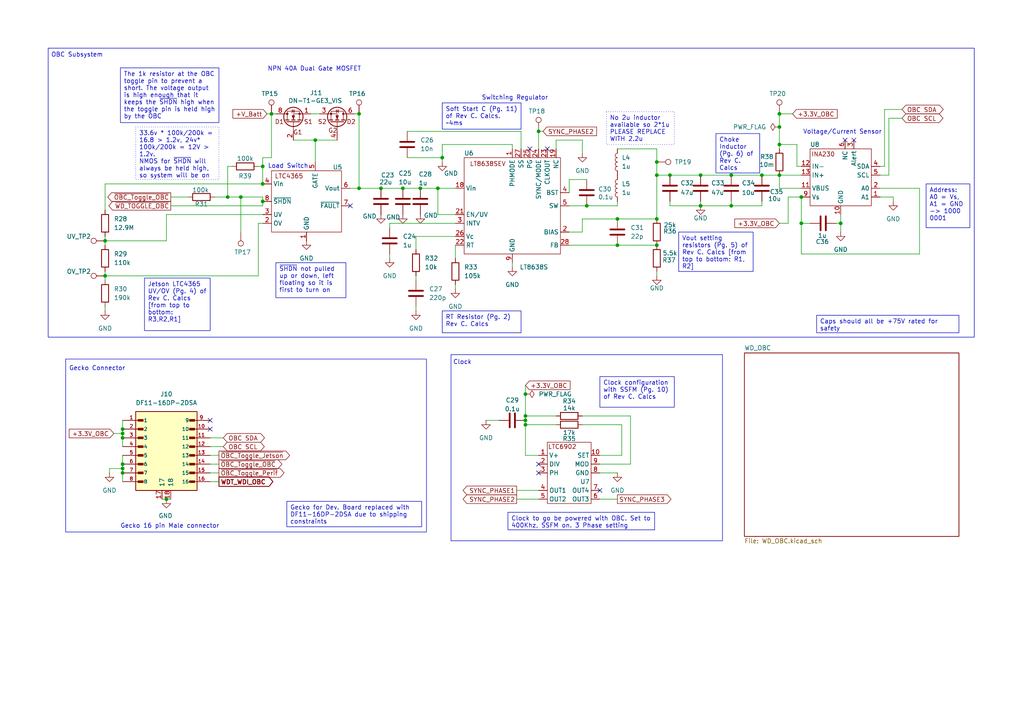
<source format=kicad_sch>
(kicad_sch (version 20250114) (generator "eeschema") (generator_version "9.0")
  (paper "A4")
  (lib_symbols
    (symbol "Connector:TestPoint" (pin_numbers (hide yes)) (pin_names (offset 0.762) (hide yes))
      (property "Reference" "TP" (at 0 6.858 0))
      (property "Value" "TestPoint" (at 0 5.08 0))
      (symbol "TestPoint_0_1"
        (circle (center 0 3.302) (radius 0.762))
      )
      (symbol "TestPoint_1_1"
        (pin passive line (at 0 0 90) (length 2.54) (name "1") (number "1"))
      )
    )
    (symbol "DF11-16DP-2DSA:DF11-16DP-2DSA" (pin_names (offset 1.016))
      (property "Reference" "J" (at -9.39 12.7 0))
      (property "Value" "DF11-16DP-2DSA" (at -8.89 -12.7 0))
      (symbol "DF11-16DP-2DSA_0_0"
        (rectangle (start -8.89 12.7) (end 8.89 -10.16) (stroke (width 0.254)) (fill (type background)))
        (rectangle (start -8.255 9.8425) (end -6.6675 10.4775) (stroke (width 0.1)) (fill (type outline)))
        (rectangle (start -8.255 7.3025) (end -6.6675 7.9375) (stroke (width 0.1)) (fill (type outline)))
        (rectangle (start -8.255 4.7625) (end -6.6675 5.3975) (stroke (width 0.1)) (fill (type outline)))
        (rectangle (start -8.255 2.2225) (end -6.6675 2.8575) (stroke (width 0.1)) (fill (type outline)))
        (rectangle (start -8.255 -0.3175) (end -6.6675 0.3175) (stroke (width 0.1)) (fill (type outline)))
        (rectangle (start -8.255 -2.8575) (end -6.6675 -2.2225) (stroke (width 0.1)) (fill (type outline)))
        (rectangle (start -8.255 -5.3975) (end -6.6675 -4.7625) (stroke (width 0.1)) (fill (type outline)))
        (rectangle (start -8.255 -7.9375) (end -6.6675 -7.3025) (stroke (width 0.1)) (fill (type outline)))
        (rectangle (start 8.255 9.8425) (end 6.6675 10.4775) (stroke (width 0.1)) (fill (type outline)))
        (rectangle (start 8.255 7.3025) (end 6.6675 7.9375) (stroke (width 0.1)) (fill (type outline)))
        (rectangle (start 8.255 4.7625) (end 6.6675 5.3975) (stroke (width 0.1)) (fill (type outline)))
        (rectangle (start 8.255 2.2225) (end 6.6675 2.8575) (stroke (width 0.1)) (fill (type outline)))
        (rectangle (start 8.255 -0.3175) (end 6.6675 0.3175) (stroke (width 0.1)) (fill (type outline)))
        (rectangle (start 8.255 -2.8575) (end 6.6675 -2.2225) (stroke (width 0.1)) (fill (type outline)))
        (rectangle (start 8.255 -5.3975) (end 6.6675 -4.7625) (stroke (width 0.1)) (fill (type outline)))
        (rectangle (start 8.255 -7.9375) (end 6.6675 -7.3025) (stroke (width 0.1)) (fill (type outline)))
        (pin passive line (at -12.7 10.16 0) (length 5.08) (name "1") (number "1"))
        (pin passive line (at -12.7 7.62 0) (length 5.08) (name "2") (number "2"))
        (pin passive line (at -12.7 5.08 0) (length 5.08) (name "3") (number "3"))
        (pin passive line (at -12.7 2.54 0) (length 5.08) (name "4") (number "4"))
        (pin passive line (at -12.7 0 0) (length 5.08) (name "5") (number "5"))
        (pin passive line (at -12.7 -2.54 0) (length 5.08) (name "6") (number "6"))
        (pin passive line (at -12.7 -5.08 0) (length 5.08) (name "7") (number "7"))
        (pin passive line (at -12.7 -7.62 0) (length 5.08) (name "8") (number "8"))
        (pin passive line (at 12.7 10.16 180) (length 5.08) (name "9") (number "9"))
        (pin passive line (at 12.7 7.62 180) (length 5.08) (name "10") (number "10"))
        (pin passive line (at 12.7 5.08 180) (length 5.08) (name "11") (number "11"))
        (pin passive line (at 12.7 2.54 180) (length 5.08) (name "12") (number "12"))
        (pin passive line (at 12.7 0 180) (length 5.08) (name "13") (number "13"))
        (pin passive line (at 12.7 -2.54 180) (length 5.08) (name "14") (number "14"))
        (pin passive line (at 12.7 -5.08 180) (length 5.08) (name "15") (number "15"))
        (pin passive line (at 12.7 -7.62 180) (length 5.08) (name "16") (number "16"))
      )
      (symbol "DF11-16DP-2DSA_1_1"
        (pin passive line (at -1.27 -12.7 90) (length 2.54) (name "17") (number "17"))
        (pin passive line (at 1.27 -12.7 90) (length 2.54) (name "18") (number "18"))
      )
    )
    (symbol "Device:C" (pin_numbers (hide yes)) (pin_names (offset 0.254))
      (property "Reference" "C" (at 0.635 2.54 0))
      (property "Value" "C" (at 0.635 -2.54 0))
      (symbol "C_0_1"
        (polyline (pts (xy -2.032 0.762) (xy 2.032 0.762)) (stroke (width 0.508)))
        (polyline (pts (xy -2.032 -0.762) (xy 2.032 -0.762)) (stroke (width 0.508)))
      )
      (symbol "C_1_1"
        (pin passive line (at 0 3.81 270) (length 2.794) (name "~") (number "1"))
        (pin passive line (at 0 -3.81 90) (length 2.794) (name "~") (number "2"))
      )
    )
    (symbol "Device:L" (pin_numbers (hide yes)) (pin_names (offset 1.016) (hide yes))
      (property "Reference" "L" (at -1.27 0 90))
      (property "Value" "L" (at 1.905 0 90))
      (symbol "L_0_1"
        (arc (start 0 2.54) (mid 0.6323 1.905) (end 0 1.27))
        (arc (start 0 1.27) (mid 0.6323 0.635) (end 0 0))
        (arc (start 0 0) (mid 0.6323 -0.635) (end 0 -1.27))
        (arc (start 0 -1.27) (mid 0.6323 -1.905) (end 0 -2.54))
      )
      (symbol "L_1_1"
        (pin passive line (at 0 3.81 270) (length 1.27) (name "1") (number "1"))
        (pin passive line (at 0 -3.81 90) (length 1.27) (name "2") (number "2"))
      )
    )
    (symbol "Device:R" (pin_numbers (hide yes)) (pin_names (offset 0))
      (property "Reference" "R" (at 2.032 0 90))
      (property "Value" "R" (at 0 0 90))
      (symbol "R_0_1"
        (rectangle (start -1.016 -2.54) (end 1.016 2.54) (stroke (width 0.254)))
      )
      (symbol "R_1_1"
        (pin passive line (at 0 3.81 270) (length 1.27) (name "~") (number "1"))
        (pin passive line (at 0 -3.81 90) (length 1.27) (name "~") (number "2"))
      )
    )
    (symbol "INA230:INA230 [RGT PACKAGE]"
      (property "Reference" "U" (at 7.62 7.62 0))
      (property "Value" "INA230" (at 0 0 0))
      (symbol "INA230 [RGT PACKAGE]_0_1"
        (rectangle (start -8.89 8.89) (end 8.89 -7.62))
      )
      (symbol "INA230 [RGT PACKAGE]_1_1"
        (text "INA230" (at -5.08 7.366 0) (effects (font (size 1.27 1.27))))
        (pin input line (at -11.43 3.81 0) (length 2.54) (name "IN-") (number "12"))
        (pin input line (at -11.43 1.27 0) (length 2.54) (name "IN+") (number "13"))
        (pin input line (at -11.43 -2.54 0) (length 2.54) (name "VBUS") (number "11"))
        (pin power_in line (at -11.43 -5.08 0) (length 2.54) (name "Vs") (number "9"))
        (pin power_in line (at 0 -10.16 90) (length 2.54) (name "GND") (number "10"))
        (pin passive line (at 1.27 11.43 270) (length 2.54) (name "NC") (number "6"))
        (pin output line (at 3.81 11.43 270) (length 2.54) (name "Alert") (number "3"))
        (pin bidirectional line (at 11.43 3.81 180) (length 2.54) (name "SDA") (number "4"))
        (pin bidirectional line (at 11.43 1.27 180) (length 2.54) (name "SCL") (number "5"))
        (pin input line (at 11.43 -2.54 180) (length 2.54) (name "A0") (number "2"))
        (pin input line (at 11.43 -5.08 180) (length 2.54) (name "A1") (number "1"))
      )
    )
    (symbol "LT8638SEV#PBF:LT863SEV#PBF"
      (property "Reference" "U" (at 12.954 -2.286 0))
      (property "Value" "LT8638S" (at 0 0 0))
      (symbol "LT863SEV#PBF_0_1"
        (rectangle (start -13.97 15.24) (end 13.97 -12.7))
      )
      (symbol "LT863SEV#PBF_1_1"
        (text "LT8638SEV\n" (at -7.112 13.462 0) (effects (font (size 1.27 1.27))))
        (pin power_in line (at -16.51 6.35 0) (length 2.54) (name "Vin") (number "18"))
        (pin input line (at -16.51 -1.27 0) (length 2.54) (name "EN/UV") (number "21"))
        (pin input line (at -16.51 -3.81 0) (length 2.54) (name "INTV") (number "3"))
        (pin input line (at -16.51 -7.62 0) (length 2.54) (name "Vc") (number "26"))
        (pin passive line (at -16.51 -10.16 0) (length 2.54) (name "RT") (number "22"))
        (pin passive line (at 0 17.78 270) (length 2.54) (name "PHMODE") (number "1"))
        (pin power_in line (at 0 -15.24 90) (length 2.54) (name "GND") (number "9"))
        (pin passive line (at 2.54 17.78 270) (length 2.54) (name "SS") (number "27"))
        (pin passive line (at 5.08 17.78 270) (length 2.54) (name "PG") (number "25"))
        (pin passive line (at 7.62 17.78 270) (length 2.54) (name "SYNC/MODE") (number "24"))
        (pin passive line (at 10.16 17.78 270) (length 2.54) (name "CLKOUT") (number "23"))
        (pin passive line (at 12.7 17.78 270) (length 2.54) (name "NC") (number "19"))
        (pin power_out line (at 16.51 5.08 180) (length 2.54) (name "BST") (number "4"))
        (pin power_out line (at 16.51 1.27 180) (length 2.54) (name "SW") (number "5"))
        (pin power_out line (at 16.51 -6.35 180) (length 2.54) (name "BIAS") (number "2"))
        (pin power_out line (at 16.51 -10.16 180) (length 2.54) (name "FB") (number "28"))
      )
    )
    (symbol "LTC4365:LTC4365"
      (property "Reference" "U" (at 7.874 -7.874 0))
      (property "Value" "LTC4365" (at 0 0 0))
      (symbol "LTC4365_0_1"
        (rectangle (start -11.43 8.89) (end 8.89 -8.89))
      )
      (symbol "LTC4365_1_1"
        (text "LTC4365\n" (at -6.35 7.366 0) (effects (font (size 1.27 1.27))))
        (pin power_in line (at -13.97 5.08 0) (length 2.54) (name "Vin") (number "4"))
        (pin passive line (at -13.97 0 0) (length 2.54) (name "~{SHDN}") (number "8"))
        (pin input line (at -13.97 -3.81 0) (length 2.54) (name "UV") (number "3"))
        (pin input line (at -13.97 -6.35 0) (length 2.54) (name "OV") (number "2"))
        (pin power_in line (at -1.27 -11.43 90) (length 2.54) (name "GND") (number "1"))
        (pin output line (at 1.27 11.43 270) (length 2.54) (name "GATE") (number "5"))
        (pin passive line (at 11.43 3.81 180) (length 2.54) (name "Vout") (number "6"))
        (pin output line (at 11.43 -1.27 180) (length 2.54) (name "~{FAULT}") (number "7"))
      )
    )
    (symbol "LTC6902:LTC6902"
      (property "Reference" "U" (at 5.334 7.62 0))
      (symbol "LTC6902_0_1"
        (rectangle (start -6.35 8.89) (end 6.35 -8.89))
      )
      (symbol "LTC6902_1_1"
        (text "LTC6902" (at -2.032 7.62 0) (effects (font (size 1.27 1.27))))
        (pin power_in line (at -8.89 5.08 0) (length 2.54) (name "V+") (number "1"))
        (pin passive line (at -8.89 2.54 0) (length 2.54) (name "DIV") (number "2"))
        (pin passive line (at -8.89 0 0) (length 2.54) (name "PH") (number "3"))
        (pin output line (at -8.89 -5.08 0) (length 2.54) (name "OUT1") (number "4"))
        (pin output line (at -8.89 -7.62 0) (length 2.54) (name "OUT2") (number "5"))
        (pin passive line (at 8.89 5.08 180) (length 2.54) (name "SET") (number "10"))
        (pin passive line (at 8.89 2.54 180) (length 2.54) (name "MOD") (number "9"))
        (pin power_in line (at 8.89 0 180) (length 2.54) (name "GND") (number "8"))
        (pin output line (at 8.89 -5.08 180) (length 2.54) (name "OUT4") (number "7"))
        (pin output line (at 8.89 -7.62 180) (length 2.54) (name "OUT3") (number "6"))
      )
    )
    (symbol "SISB46DN:SISB46DN"
      (property "Value" "DN-T1-GE3_VIS" (at 0 0 0))
      (symbol "SISB46DN_0_1"
        (polyline (pts (xy -8.89 1.27) (xy -8.128 1.27)))
        (polyline (pts (xy -8.636 -0.508) (xy -7.62 -0.508)) (stroke (width 0.254)))
        (polyline (pts (xy -8.255 -1.016) (xy -4.445 -1.016)) (stroke (width 0.254)))
        (circle (center -8.128 1.27) (radius 0.254) (fill (type outline)))
        (polyline (pts (xy -6.858 1.524) (xy -6.731 1.651) (xy -6.731 2.413) (xy -6.604 2.54)))
        (polyline (pts (xy -6.858 -0.508) (xy -5.842 -0.508)) (stroke (width 0.254)))
        (polyline (pts (xy -6.731 2.032) (xy -6.096 1.651) (xy -6.096 2.413) (xy -6.731 2.032)))
        (circle (center -6.35 0.381) (radius 2.794) (stroke (width 0.254)))
        (polyline (pts (xy -6.35 -0.254) (xy -6.731 0.762) (xy -5.969 0.762) (xy -6.35 -0.254)) (fill (type outline)))
        (polyline (pts (xy -6.35 -1.016) (xy -6.35 -3.81)))
        (polyline (pts (xy -5.08 -0.508) (xy -4.064 -0.508)) (stroke (width 0.254)))
        (circle (center -4.572 1.27) (radius 0.254) (fill (type outline)))
        (polyline (pts (xy -4.572 -0.508) (xy -4.572 2.032) (xy -8.128 2.032) (xy -8.128 -0.508)))
        (polyline (pts (xy -3.81 1.27) (xy -6.35 1.27) (xy -6.35 -0.508)))
        (polyline (pts (xy 3.81 1.27) (xy 6.35 1.27) (xy 6.35 -0.508)))
        (circle (center 4.572 1.27) (radius 0.254) (fill (type outline)))
        (polyline (pts (xy 4.572 -0.508) (xy 4.572 2.032) (xy 8.128 2.032) (xy 8.128 -0.508)))
        (polyline (pts (xy 5.08 -0.508) (xy 4.064 -0.508)) (stroke (width 0.254)))
        (circle (center 6.35 0.381) (radius 2.794) (stroke (width 0.254)))
        (polyline (pts (xy 6.35 -0.254) (xy 6.731 0.762) (xy 5.969 0.762) (xy 6.35 -0.254)) (fill (type outline)))
        (polyline (pts (xy 6.35 -1.016) (xy 6.35 -3.81)))
        (polyline (pts (xy 6.731 2.032) (xy 6.096 1.651) (xy 6.096 2.413) (xy 6.731 2.032)))
        (polyline (pts (xy 6.858 1.524) (xy 6.731 1.651) (xy 6.731 2.413) (xy 6.604 2.54)))
        (polyline (pts (xy 6.858 -0.508) (xy 5.842 -0.508)) (stroke (width 0.254)))
        (circle (center 8.128 1.27) (radius 0.254) (fill (type outline)))
        (polyline (pts (xy 8.255 -1.016) (xy 4.445 -1.016)) (stroke (width 0.254)))
        (polyline (pts (xy 8.636 -0.508) (xy 7.62 -0.508)) (stroke (width 0.254)))
        (polyline (pts (xy 8.89 1.27) (xy 8.128 1.27)))
      )
      (symbol "SISB46DN_1_1"
        (text "D1" (at -10.414 -1.016 0) (effects (font (size 1.27 1.27))))
        (text "G1" (at -5.08 -4.064 0) (effects (font (size 1.27 1.27))))
        (text "S1" (at -2.032 -1.016 0) (effects (font (size 1.27 1.27))))
        (text "S2" (at 2.032 -1.016 0) (effects (font (size 1.27 1.27))))
        (text "G2" (at 5.08 -3.556 0) (effects (font (size 1.27 1.27))))
        (text "D2" (at 10.414 -1.016 0) (effects (font (size 1.27 1.27))))
        (pin passive line (at -11.43 1.27 0) (length 2.54) (hide yes) (name "") (number "7"))
        (pin power_in line (at -11.43 1.27 0) (length 2.54) (name "") (number "8"))
        (pin input line (at -6.35 -6.35 90) (length 2.54) (name "") (number "2"))
        (pin passive line (at -1.27 1.27 180) (length 2.54) (name "") (number "1"))
        (pin passive line (at 1.27 1.27 0) (length 2.54) (name "") (number "3"))
        (pin input line (at 6.35 -6.35 90) (length 2.54) (name "") (number "4"))
        (pin passive line (at 11.43 1.27 180) (length 2.54) (hide yes) (name "") (number "5"))
        (pin power_out line (at 11.43 1.27 180) (length 2.54) (name "") (number "6"))
      )
    )
    (symbol "power:GND" (power) (pin_numbers (hide yes)) (pin_names (offset 0) (hide yes))
      (property "Value" "GND" (at 0 -3.81 0))
      (symbol "GND_0_1"
        (polyline (pts (xy 0 0) (xy 0 -1.27) (xy 1.27 -1.27) (xy 0 -2.54) (xy -1.27 -1.27) (xy 0 -1.27)))
      )
      (symbol "GND_1_1"
        (pin power_in line (at 0 0 270) (length 0) (name "~") (number "1"))
      )
    )
    (symbol "power:PWR_FLAG" (power) (pin_numbers (hide yes)) (pin_names (offset 0) (hide yes))
      (property "Value" "PWR_FLAG" (at 0 3.81 0))
      (symbol "PWR_FLAG_0_0"
        (pin power_out line (at 0 0 90) (length 0) (name "~") (number "1"))
      )
      (symbol "PWR_FLAG_0_1"
        (polyline (pts (xy 0 0) (xy 0 1.27) (xy -1.016 1.905) (xy 0 2.54) (xy 1.016 1.905) (xy 0 1.27)))
      )
    )
  )
  (rectangle (start 13.97 13.97) (end 282.575 97.79))
  (rectangle (start 130.81 102.87) (end 209.55 156.845))
  (rectangle (start 19.05 104.14) (end 123.698 154.305))
  (text "Clock\n" (at 134.112 105.156 0) (effects (font (size 1.27 1.27))))
  (text "Load Switch" (at 83.566 48.26 0) (effects (font (size 1.27 1.27))))
  (text "OBC Subsystem" (at 22.352 16.002 0) (effects (font (size 1.27 1.27))))
  (text "NPN 40A Dual Gate MOSFET" (at 91.186 20.066 0) (effects (font (size 1.27 1.27))))
  (text "Gecko Connector" (at 28.194 106.934 0) (effects (font (size 1.27 1.27))))
  (text "Gecko 16 pin Male connector" (at 49.276 152.654 0) (effects (font (size 1.27 1.27))))
  (text "Switching Regulator" (at 149.352 28.448 0) (effects (font (size 1.27 1.27))))
  (text "Voltage/Current Sensor" (at 244.348 38.354 0) (effects (font (size 1.27 1.27))))
  (text_box "No 2u inductor available so 2*1u \nPLEASE REPLACE WITH 2.2u" (at 175.895 32.385 0) (size 19.685 9.525) (margins 0.9525 0.9525 0.9525 0.9525) (stroke (width 0) (type dot)) (effects (font (size 1.27 1.27)) (justify left top)))
  (text_box "Choke Inductor (Pg. 6) of Rev C. Calcs" (at 207.645 38.735 0) (size 12.7 11.43) (margins 0.9525 0.9525 0.9525 0.9525) (effects (font (size 1.27 1.27)) (justify left top)))
  (text_box "RT Resistor (Pg. 2) Rev C. Calcs" (at 128.27 90.17 0) (size 22.86 6.35) (margins 0.9525 0.9525 0.9525 0.9525) (effects (font (size 1.27 1.27)) (justify left top)))
  (text_box "Jetson LTC4365 UV/OV (Pg. 4) of Rev C. Calcs [from top to bottom: R3,R2,R1]" (at 41.91 80.645 0) (size 19.05 15.24) (margins 0.9525 0.9525 0.9525 0.9525) (effects (font (size 1.27 1.27)) (justify left top)))
  (text_box "Caps should all be +75V rated for safety" (at 236.855 91.44 0) (size 41.275 5.08) (margins 0.9525 0.9525 0.9525 0.9525) (effects (font (size 1.27 1.27)) (justify left top)))
  (text_box "33.6v * 100k/200k = 16.8 > 1.2v, 24v* 100k/200k = 12V > 1.2v.\nNMOS for ~{SHDN} will always be held high, so system will be on" (at 39.37 36.83 0) (size 24.13 15.24) (margins 0.9525 0.9525 0.9525 0.9525) (stroke (width 0) (type dot)) (effects (font (size 1.27 1.27)) (justify left top)))
  (text_box "Soft Start C (Pg. 11) of Rev C. Calcs. ~4ms" (at 128.27 29.845 0) (size 22.86 7.62) (margins 0.9525 0.9525 0.9525 0.9525) (effects (font (size 1.27 1.27)) (justify left top)))
  (text_box "Address: A0 = Vs, A1 = GND -> 1000 0001\n" (at 268.605 53.34 0) (size 12.7 12.7) (margins 0.9525 0.9525 0.9525 0.9525) (effects (font (size 1.27 1.27)) (justify left top)))
  (text_box "Vout setting resistors (Pg. 5) of Rev C. Calcs [from top to bottom: R1, R2]" (at 196.85 67.31 0) (size 21.59 11.43) (margins 0.9525 0.9525 0.9525 0.9525) (effects (font (size 1.27 1.27)) (justify left top)))
  (text_box "Gecko for Dev. Board replaced with DF11-16DP-2DSA due to shipping constraints" (at 83.185 145.415 0) (size 39.116 7.366) (margins 0.9525 0.9525 0.9525 0.9525) (effects (font (size 1.27 1.27)) (justify left top)))
  (text_box "The 1k resistor at the OBC toggle pin to prevent a short. The voltage output is high enough that it keeps the ~{SHDN} high when the toggle pin is held high by the OBC" (at 34.925 19.685 0) (size 28.575 15.875) (margins 0.9525 0.9525 0.9525 0.9525) (effects (font (size 1.27 1.27)) (justify left top)))
  (text_box "~{SHDN} not pulled up or down, left floating so it is first to turn on" (at 80.01 76.2 0) (size 20.32 10.16) (margins 0.9525 0.9525 0.9525 0.9525) (effects (font (size 1.27 1.27)) (justify left top)))
  (text_box "Clock configuration with SSFM (Pg. 10) of Rev C. Calcs" (at 173.99 109.22 0) (size 21.59 8.89) (margins 0.9525 0.9525 0.9525 0.9525) (effects (font (size 1.27 1.27)) (justify left top)))
  (text_box "Clock to go be powered with OBC. Set to 400Khz, SSFM on. 3 Phase setting" (at 147.32 148.59 0) (size 42.545 5.08) (margins 0.9525 0.9525 0.9525 0.9525) (effects (font (size 1.27 1.27)) (justify left top)))
  (junction (at 35.56 124.46))
  (junction (at 35.56 127))
  (junction (at 91.44 40.64))
  (junction (at 78.74 33.02))
  (junction (at 190.5 50.8))
  (junction (at 110.49 54.61))
  (junction (at 35.56 134.62))
  (junction (at 35.56 125.73))
  (junction (at 152.4 123.19))
  (junction (at 69.85 57.15))
  (junction (at 66.04 57.15))
  (junction (at 212.09 50.8))
  (junction (at 152.4 121.92))
  (junction (at 203.2 50.8))
  (junction (at 179.07 63.5))
  (junction (at 76.2 48.26))
  (junction (at 226.06 41.91))
  (junction (at 121.92 54.61))
  (junction (at 190.5 63.5))
  (junction (at 226.06 33.02))
  (junction (at 190.5 46.99))
  (junction (at 128.27 45.72))
  (junction (at 104.14 33.02))
  (junction (at 76.2 53.34))
  (junction (at 243.84 64.77))
  (junction (at 76.2 58.42))
  (junction (at 203.2 59.69))
  (junction (at 35.56 135.89))
  (junction (at 232.41 57.15))
  (junction (at 30.48 69.85))
  (junction (at 170.18 59.69))
  (junction (at 232.41 64.77))
  (junction (at 104.14 54.61))
  (junction (at 194.31 50.8))
  (junction (at 156.21 38.1))
  (junction (at 179.07 71.12))
  (junction (at 226.06 50.8))
  (junction (at 30.48 80.01))
  (junction (at 226.06 36.83))
  (junction (at 116.84 54.61))
  (junction (at 35.56 137.16))
  (junction (at 212.09 59.69))
  (junction (at 152.4 114.3))
  (junction (at 127 54.61))
  (junction (at 48.26 144.78))
  (junction (at 190.5 71.12))
  (junction (at 152.4 120.65))
  (junction (at 220.98 50.8))
  (no_connect (at 156.21 137.16))
  (no_connect (at 245.11 40.64))
  (no_connect (at 247.65 40.64))
  (no_connect (at 101.6 59.69))
  (no_connect (at 156.21 134.62))
  (no_connect (at 173.99 142.24))
  (no_connect (at 158.75 43.18))
  (no_connect (at 60.96 124.46))
  (no_connect (at 153.67 43.18))
  (no_connect (at 60.96 121.92))
  (wire (pts (xy 165.1 55.88) (xy 165.1 52.07)))
  (wire (pts (xy 127 54.61) (xy 132.08 54.61)))
  (wire (pts (xy 190.5 43.18) (xy 190.5 46.99)))
  (wire (pts (xy 170.18 59.69) (xy 179.07 59.69)))
  (wire (pts (xy 30.48 68.58) (xy 30.48 69.85)))
  (wire (pts (xy 194.31 58.42) (xy 194.31 59.69)))
  (wire (pts (xy 190.5 50.8) (xy 190.5 63.5)))
  (wire (pts (xy 232.41 64.77) (xy 234.95 64.77)))
  (wire (pts (xy 120.65 80.01) (xy 120.65 81.28)))
  (wire (pts (xy 190.5 50.8) (xy 194.31 50.8)))
  (wire (pts (xy 60.96 134.62) (xy 63.5 134.62)))
  (wire (pts (xy 35.56 125.73) (xy 35.56 127)))
  (wire (pts (xy 152.4 120.65) (xy 161.29 120.65)))
  (wire (pts (xy 120.65 68.58) (xy 120.65 72.39)))
  (wire (pts (xy 30.48 53.34) (xy 76.2 53.34)))
  (wire (pts (xy 30.48 88.9) (xy 30.48 90.17)))
  (wire (pts (xy 110.49 54.61) (xy 116.84 54.61)))
  (wire (pts (xy 104.14 33.02) (xy 104.14 54.61)))
  (wire (pts (xy 91.44 40.64) (xy 97.79 40.64)))
  (wire (pts (xy 90.17 33.02) (xy 92.71 33.02)))
  (wire (pts (xy 157.48 38.1) (xy 156.21 38.1)))
  (wire (pts (xy 101.6 54.61) (xy 104.14 54.61)))
  (wire (pts (xy 66.04 48.26) (xy 67.31 48.26)))
  (wire (pts (xy 168.91 40.64) (xy 168.91 44.45)))
  (wire (pts (xy 179.07 137.16) (xy 173.99 137.16)))
  (wire (pts (xy 165.1 71.12) (xy 179.07 71.12)))
  (wire (pts (xy 152.4 123.19) (xy 152.4 121.92)))
  (wire (pts (xy 255.27 50.8) (xy 257.81 50.8)))
  (wire (pts (xy 148.59 41.91) (xy 148.59 43.18)))
  (wire (pts (xy 31.75 135.89) (xy 35.56 135.89)))
  (wire (pts (xy 120.65 88.9) (xy 120.65 90.17)))
  (wire (pts (xy 232.41 73.66) (xy 266.7 73.66)))
  (wire (pts (xy 243.84 67.31) (xy 243.84 64.77)))
  (wire (pts (xy 60.96 137.16) (xy 63.5 137.16)))
  (wire (pts (xy 255.27 54.61) (xy 266.7 54.61)))
  (wire (pts (xy 74.93 64.77) (xy 76.2 64.77)))
  (wire (pts (xy 257.81 50.8) (xy 257.81 34.29)))
  (wire (pts (xy 144.78 121.92) (xy 140.97 121.92)))
  (wire (pts (xy 182.88 134.62) (xy 182.88 120.65)))
  (wire (pts (xy 49.53 57.15) (xy 54.61 57.15)))
  (wire (pts (xy 165.1 59.69) (xy 170.18 59.69)))
  (wire (pts (xy 76.2 45.72) (xy 76.2 48.26)))
  (wire (pts (xy 231.14 48.26) (xy 232.41 48.26)))
  (wire (pts (xy 128.27 46.99) (xy 128.27 45.72)))
  (wire (pts (xy 161.29 40.64) (xy 168.91 40.64)))
  (wire (pts (xy 74.93 80.01) (xy 74.93 64.77)))
  (wire (pts (xy 149.86 144.78) (xy 156.21 144.78)))
  (wire (pts (xy 132.08 71.12) (xy 132.08 74.93)))
  (wire (pts (xy 173.99 144.78) (xy 179.07 144.78)))
  (wire (pts (xy 49.53 59.69) (xy 76.2 59.69)))
  (wire (pts (xy 48.26 62.23) (xy 76.2 62.23)))
  (wire (pts (xy 179.07 71.12) (xy 190.5 71.12)))
  (wire (pts (xy 76.2 59.69) (xy 76.2 58.42)))
  (wire (pts (xy 78.74 33.02) (xy 80.01 33.02)))
  (wire (pts (xy 60.96 139.7) (xy 63.5 139.7)))
  (wire (pts (xy 256.54 48.26) (xy 256.54 31.75)))
  (wire (pts (xy 102.87 33.02) (xy 104.14 33.02)))
  (wire (pts (xy 190.5 46.99) (xy 190.5 50.8)))
  (wire (pts (xy 48.26 69.85) (xy 30.48 69.85)))
  (wire (pts (xy 35.56 132.08) (xy 35.56 134.62)))
  (wire (pts (xy 78.74 45.72) (xy 76.2 45.72)))
  (wire (pts (xy 152.4 114.3) (xy 152.4 120.65)))
  (wire (pts (xy 77.47 33.02) (xy 78.74 33.02)))
  (wire (pts (xy 231.14 41.91) (xy 231.14 48.26)))
  (wire (pts (xy 85.09 40.64) (xy 91.44 40.64)))
  (wire (pts (xy 69.85 57.15) (xy 69.85 67.31)))
  (wire (pts (xy 148.59 41.91) (xy 128.27 41.91)))
  (wire (pts (xy 226.06 54.61) (xy 232.41 54.61)))
  (wire (pts (xy 151.13 38.1) (xy 118.11 38.1)))
  (wire (pts (xy 203.2 50.8) (xy 212.09 50.8)))
  (wire (pts (xy 30.48 53.34) (xy 30.48 60.96)))
  (wire (pts (xy 228.6 57.15) (xy 232.41 57.15)))
  (wire (pts (xy 78.74 33.02) (xy 78.74 45.72)))
  (wire (pts (xy 35.56 134.62) (xy 35.56 135.89)))
  (wire (pts (xy 212.09 58.42) (xy 212.09 59.69)))
  (wire (pts (xy 156.21 38.1) (xy 156.21 43.18)))
  (wire (pts (xy 242.57 64.77) (xy 243.84 64.77)))
  (wire (pts (xy 173.99 134.62) (xy 182.88 134.62)))
  (wire (pts (xy 179.07 59.69) (xy 179.07 58.42)))
  (wire (pts (xy 257.81 34.29) (xy 261.62 34.29)))
  (wire (pts (xy 46.99 144.78) (xy 48.26 144.78)))
  (wire (pts (xy 255.27 48.26) (xy 256.54 48.26)))
  (wire (pts (xy 35.56 124.46) (xy 35.56 125.73)))
  (wire (pts (xy 151.13 43.18) (xy 151.13 38.1)))
  (wire (pts (xy 226.06 50.8) (xy 232.41 50.8)))
  (wire (pts (xy 127 62.23) (xy 127 54.61)))
  (wire (pts (xy 118.11 45.72) (xy 128.27 45.72)))
  (wire (pts (xy 165.1 52.07) (xy 170.18 52.07)))
  (wire (pts (xy 161.29 43.18) (xy 161.29 40.64)))
  (wire (pts (xy 60.96 127) (xy 64.77 127)))
  (wire (pts (xy 190.5 80.01) (xy 190.5 78.74)))
  (wire (pts (xy 132.08 82.55) (xy 132.08 83.82)))
  (wire (pts (xy 121.92 54.61) (xy 127 54.61)))
  (wire (pts (xy 35.56 127) (xy 35.56 129.54)))
  (wire (pts (xy 226.06 64.77) (xy 228.6 64.77)))
  (wire (pts (xy 30.48 78.74) (xy 30.48 80.01)))
  (wire (pts (xy 243.84 64.77) (xy 243.84 62.23)))
  (wire (pts (xy 60.96 132.08) (xy 63.5 132.08)))
  (wire (pts (xy 35.56 137.16) (xy 35.56 139.7)))
  (wire (pts (xy 62.23 57.15) (xy 66.04 57.15)))
  (wire (pts (xy 30.48 69.85) (xy 30.48 71.12)))
  (wire (pts (xy 128.27 41.91) (xy 128.27 45.72)))
  (wire (pts (xy 91.44 40.64) (xy 91.44 46.99)))
  (wire (pts (xy 113.03 66.04) (xy 113.03 64.77)))
  (wire (pts (xy 152.4 123.19) (xy 152.4 132.08)))
  (wire (pts (xy 179.07 63.5) (xy 190.5 63.5)))
  (wire (pts (xy 116.84 54.61) (xy 121.92 54.61)))
  (wire (pts (xy 255.27 57.15) (xy 259.08 57.15)))
  (wire (pts (xy 30.48 80.01) (xy 74.93 80.01)))
  (wire (pts (xy 226.06 33.02) (xy 229.87 33.02)))
  (wire (pts (xy 226.06 41.91) (xy 226.06 43.18)))
  (wire (pts (xy 212.09 50.8) (xy 220.98 50.8)))
  (wire (pts (xy 60.96 129.54) (xy 64.77 129.54)))
  (wire (pts (xy 149.86 142.24) (xy 156.21 142.24)))
  (wire (pts (xy 132.08 62.23) (xy 127 62.23)))
  (wire (pts (xy 33.02 125.73) (xy 35.56 125.73)))
  (wire (pts (xy 48.26 144.78) (xy 49.53 144.78)))
  (wire (pts (xy 113.03 64.77) (xy 132.08 64.77)))
  (wire (pts (xy 113.03 73.66) (xy 113.03 74.93)))
  (wire (pts (xy 165.1 67.31) (xy 168.91 67.31)))
  (wire (pts (xy 152.4 132.08) (xy 156.21 132.08)))
  (wire (pts (xy 226.06 41.91) (xy 226.06 36.83)))
  (wire (pts (xy 66.04 48.26) (xy 66.04 57.15)))
  (wire (pts (xy 220.98 50.8) (xy 226.06 50.8)))
  (wire (pts (xy 76.2 57.15) (xy 76.2 58.42)))
  (wire (pts (xy 161.29 123.19) (xy 152.4 123.19)))
  (wire (pts (xy 104.14 54.61) (xy 110.49 54.61)))
  (wire (pts (xy 168.91 63.5) (xy 168.91 67.31)))
  (wire (pts (xy 132.08 68.58) (xy 120.65 68.58)))
  (wire (pts (xy 31.75 137.16) (xy 31.75 135.89)))
  (wire (pts (xy 168.91 63.5) (xy 179.07 63.5)))
  (wire (pts (xy 203.2 58.42) (xy 203.2 59.69)))
  (wire (pts (xy 30.48 80.01) (xy 30.48 81.28)))
  (wire (pts (xy 226.06 50.8) (xy 226.06 54.61)))
  (wire (pts (xy 194.31 59.69) (xy 203.2 59.69)))
  (wire (pts (xy 168.91 123.19) (xy 180.34 123.19)))
  (wire (pts (xy 179.07 43.18) (xy 190.5 43.18)))
  (wire (pts (xy 226.06 36.83) (xy 226.06 33.02)))
  (wire (pts (xy 74.93 48.26) (xy 76.2 48.26)))
  (wire (pts (xy 148.59 76.2) (xy 148.59 77.47)))
  (wire (pts (xy 152.4 121.92) (xy 152.4 120.65)))
  (wire (pts (xy 35.56 121.92) (xy 35.56 124.46)))
  (wire (pts (xy 203.2 59.69) (xy 212.09 59.69)))
  (wire (pts (xy 226.06 41.91) (xy 231.14 41.91)))
  (wire (pts (xy 66.04 57.15) (xy 69.85 57.15)))
  (wire (pts (xy 266.7 73.66) (xy 266.7 54.61)))
  (wire (pts (xy 232.41 57.15) (xy 232.41 64.77)))
  (wire (pts (xy 48.26 62.23) (xy 48.26 69.85)))
  (wire (pts (xy 69.85 57.15) (xy 76.2 57.15)))
  (wire (pts (xy 168.91 120.65) (xy 182.88 120.65)))
  (wire (pts (xy 212.09 59.69) (xy 220.98 59.69)))
  (wire (pts (xy 220.98 59.69) (xy 220.98 58.42)))
  (wire (pts (xy 232.41 64.77) (xy 232.41 73.66)))
  (wire (pts (xy 180.34 132.08) (xy 180.34 123.19)))
  (wire (pts (xy 173.99 132.08) (xy 180.34 132.08)))
  (wire (pts (xy 256.54 31.75) (xy 261.62 31.75)))
  (wire (pts (xy 194.31 50.8) (xy 203.2 50.8)))
  (wire (pts (xy 259.08 57.15) (xy 259.08 58.42)))
  (wire (pts (xy 228.6 64.77) (xy 228.6 57.15)))
  (wire (pts (xy 76.2 48.26) (xy 76.2 53.34)))
  (wire (pts (xy 35.56 135.89) (xy 35.56 137.16)))
  (wire (pts (xy 152.4 111.76) (xy 152.4 114.3)))
  (global_label "~{OBC_Toggle_OBC}" (shape output) (at 49.53 57.15 180) (property "Intersheetrefs" "${INTERSHEET_REFS}" (effects (hide yes))))
  (global_label "SYNC_PHASE1" (shape output) (at 149.86 142.24 180) (property "Intersheetrefs" "${INTERSHEET_REFS}" (effects (hide yes))))
  (global_label "~{OBC_Toggle_Jetson}" (shape output) (at 63.5 132.08 0) (property "Intersheetrefs" "${INTERSHEET_REFS}" (effects (hide yes))))
  (global_label "+3.3V_OBC" (shape input) (at 226.06 64.77 180) (property "Intersheetrefs" "${INTERSHEET_REFS}" (effects (hide yes))))
  (global_label "~{OBC_Toggle_OBC}" (shape output) (at 63.5 134.62 0) (property "Intersheetrefs" "${INTERSHEET_REFS}" (effects (hide yes))))
  (global_label "+3.3V_OBC" (shape input) (at 33.02 125.73 180) (property "Intersheetrefs" "${INTERSHEET_REFS}" (effects (hide yes))))
  (global_label "WDT_WDI_OBC" (shape output) (at 63.5 139.7 0) (effects (font (thickness 0.254) (bold yes))) (property "Intersheetrefs" "${INTERSHEET_REFS}" (effects (hide yes))))
  (global_label "+3.3V_OBC" (shape input) (at 152.4 111.76 0) (property "Intersheetrefs" "${INTERSHEET_REFS}" (effects (hide yes))))
  (global_label "+3.3V_OBC" (shape input) (at 229.87 33.02 0) (property "Intersheetrefs" "${INTERSHEET_REFS}" (effects (hide yes))))
  (global_label "SYNC_PHASE2" (shape output) (at 149.86 144.78 180) (property "Intersheetrefs" "${INTERSHEET_REFS}" (effects (hide yes))))
  (global_label "~{WD_TOGGLE_OBC}" (shape output) (at 49.53 59.69 180) (property "Intersheetrefs" "${INTERSHEET_REFS}" (effects (hide yes))))
  (global_label "SYNC_PHASE3" (shape output) (at 179.07 144.78 0) (property "Intersheetrefs" "${INTERSHEET_REFS}" (effects (hide yes))))
  (global_label "~{OBC_Toggle_Perif}" (shape output) (at 63.5 137.16 0) (property "Intersheetrefs" "${INTERSHEET_REFS}" (effects (hide yes))))
  (global_label "OBC SDA" (shape bidirectional) (at 64.77 127 0) (property "Intersheetrefs" "${INTERSHEET_REFS}" (effects (hide yes))))
  (global_label "+V_Batt" (shape input) (at 77.47 33.02 180) (property "Intersheetrefs" "${INTERSHEET_REFS}" (effects (hide yes))))
  (global_label "SYNC_PHASE2" (shape input) (at 157.48 38.1 0) (property "Intersheetrefs" "${INTERSHEET_REFS}" (effects (hide yes))))
  (global_label "OBC SCL" (shape bidirectional) (at 64.77 129.54 0) (property "Intersheetrefs" "${INTERSHEET_REFS}" (effects (hide yes))))
  (global_label "OBC SCL" (shape bidirectional) (at 261.62 34.29 0) (property "Intersheetrefs" "${INTERSHEET_REFS}" (effects (hide yes))))
  (global_label "OBC SDA" (shape bidirectional) (at 261.62 31.75 0) (property "Intersheetrefs" "${INTERSHEET_REFS}" (effects (hide yes))))
  (symbol (lib_id "INA230:INA230 [RGT PACKAGE]") (at 243.84 52.07 0) (unit 1)
    (property "Reference" "U8" (at 234.95 41.91 0) (effects (justify left)))
    (property "Value" "INA230" (effects (hide yes)))
    (property "Footprint" "RevC Footprints:INA230AIRGTT" (effects (hide yes)))
    (property "Datasheet" "https://www.ti.com/lit/ds/symlink/ina230.pdf?ts=1739195723292" (effects (hide yes)))
    (property "Description" "INA230 36V, 16-Bit, I2C Output Current, Voltage and Power Monitor With Alert" (effects (hide yes)))
  )
  (symbol (lib_id "Device:R") (at 30.48 74.93 0) (unit 1)
    (property "Reference" "R29" (at 33.02 73.6599 0) (effects (justify left)))
    (property "Value" "110k" (at 33.02 76.1999 0) (effects (justify left)))
    (property "Footprint" "Resistor_SMD:R_0603_1608Metric" (effects (hide yes)))
    (property "Description" "Resistor" (effects (hide yes)))
    (property "LCSC" "C25805" (effects (hide yes)))
  )
  (symbol (lib_id "Device:L") (at 179.07 46.99 180) (unit 1)
    (property "Reference" "L4" (at 180.34 45.7199 0) (effects (justify right)))
    (property "Value" "1u" (at 180.34 48.2599 0) (effects (justify right)))
    (property "Footprint" "RevC Footprints:XEL6030102MEC" (effects (hide yes)))
    (property "Description" "Inductor" (effects (hide yes)))
    (property "LCSC" "C5157561" (effects (hide yes)))
  )
  (symbol (lib_id "Device:R") (at 58.42 57.15 90) (unit 1)
    (property "Reference" "R31" (at 58.42 59.182 90))
    (property "Value" "100k" (at 58.166 55.118 90))
    (property "Footprint" "Resistor_SMD:R_0603_1608Metric" (effects (hide yes)))
    (property "Description" "Resistor" (effects (hide yes)))
    (property "LCSC" "C13163" (effects (hide yes)))
  )
  (symbol (lib_id "Connector:TestPoint") (at 226.06 33.02 0) (unit 1)
    (property "Reference" "TP20" (at 225.552 27.178 0))
    (property "Value" "TestPoint" (effects (hide yes)))
    (property "Footprint" "TestPoint:TestPoint_Pad_1.0x1.0mm" (effects (hide yes)))
    (property "Description" "test point" (effects (hide yes)))
  )
  (symbol (lib_id "power:PWR_FLAG") (at 226.06 36.83 90) (unit 1)
    (property "Reference" "#FLG07" (effects (hide yes)))
    (property "Value" "PWR_FLAG" (at 222.25 36.8299 90) (effects (justify left)))
    (property "Description" "Special symbol for telling ERC where power comes from" (effects (hide yes)))
  )
  (symbol (lib_id "Device:C") (at 194.31 54.61 0) (unit 1)
    (property "Reference" "C32" (at 197.358 53.086 0) (effects (justify left)))
    (property "Value" "47u" (at 197.358 55.88 0) (effects (justify left)))
    (property "Footprint" "Capacitor_SMD:C_1210_3225Metric" (effects (hide yes)))
    (property "Description" "Unpolarized capacitor" (effects (hide yes)))
  )
  (symbol (lib_id "Connector:TestPoint") (at 69.85 67.31 180) (unit 1)
    (property "Reference" "TP17" (at 70.358 73.152 0))
    (property "Value" "TestPoint" (effects (hide yes)))
    (property "Footprint" "TestPoint:TestPoint_Pad_1.0x1.0mm" (effects (hide yes)))
    (property "Description" "test point" (effects (hide yes)))
  )
  (symbol (lib_id "power:GND") (at 190.5 80.01 0) (unit 1)
    (property "Reference" "#PWR045" (effects (hide yes)))
    (property "Value" "GND" (at 190.5 83.566 0))
    (property "Description" "Power symbol creates a global label with name \"GND\" , ground" (effects (hide yes)))
  )
  (symbol (lib_id "Device:R") (at 120.65 76.2 0) (unit 1)
    (property "Reference" "R32" (at 123.19 74.9299 0) (effects (justify left)))
    (property "Value" "10k" (at 123.19 77.4699 0) (effects (justify left)))
    (property "Footprint" "Resistor_SMD:R_0603_1608Metric" (effects (hide yes)))
    (property "Description" "Resistor" (effects (hide yes)))
    (property "LCSC" "C13564" (effects (hide yes)))
  )
  (symbol (lib_id "Device:R") (at 132.08 78.74 0) (unit 1)
    (property "Reference" "R33" (at 134.62 77.4699 0) (effects (justify left)))
    (property "Value" "105k" (at 134.62 80.0099 0) (effects (justify left)))
    (property "Footprint" "Resistor_SMD:R_0603_1608Metric" (effects (hide yes)))
    (property "Description" "Resistor" (effects (hide yes)))
    (property "LCSC" "C16840" (effects (hide yes)))
  )
  (symbol (lib_id "Device:R") (at 190.5 74.93 0) (unit 1)
    (property "Reference" "R37" (at 194.056 75.438 0))
    (property "Value" "5.5k" (at 194.31 73.406 0))
    (property "Footprint" "Resistor_SMD:R_0603_1608Metric" (effects (hide yes)))
    (property "Description" "Resistor" (effects (hide yes)))
  )
  (symbol (lib_id "Connector:TestPoint") (at 156.21 38.1 0) (unit 1)
    (property "Reference" "TP18" (at 155.702 32.258 0))
    (property "Value" "TestPoint" (effects (hide yes)))
    (property "Footprint" "TestPoint:TestPoint_Pad_1.0x1.0mm" (effects (hide yes)))
    (property "Description" "test point" (effects (hide yes)))
  )
  (symbol (lib_id "Device:R") (at 190.5 67.31 180) (unit 1)
    (property "Reference" "R36" (at 194.31 67.056 0))
    (property "Value" "25k" (at 194.31 65.278 0))
    (property "Footprint" "Resistor_SMD:R_0603_1608Metric" (effects (hide yes)))
    (property "Description" "Resistor" (effects (hide yes)))
  )
  (symbol (lib_id "Device:C") (at 148.59 121.92 90) (unit 1)
    (property "Reference" "C29" (at 148.59 116.078 90))
    (property "Value" "0.1u" (at 148.59 118.618 90))
    (property "Footprint" "Capacitor_SMD:C_1210_3225Metric" (effects (hide yes)))
    (property "Description" "Unpolarized capacitor" (effects (hide yes)))
    (property "LCSC" "C436244" (effects (hide yes)))
  )
  (symbol (lib_id "power:GND") (at 113.03 74.93 0) (unit 1)
    (property "Reference" "#PWR035" (effects (hide yes)))
    (property "Value" "GND" (at 113.03 80.01 0))
    (property "Description" "Power symbol creates a global label with name \"GND\" , ground" (effects (hide yes)))
  )
  (symbol (lib_id "power:GND") (at 116.84 62.23 0) (unit 1)
    (property "Reference" "#PWR036" (effects (hide yes)))
    (property "Value" "GND" (at 114.046 62.992 0))
    (property "Description" "Power symbol creates a global label with name \"GND\" , ground" (effects (hide yes)))
  )
  (symbol (lib_id "Connector:TestPoint") (at 30.48 69.85 90) (unit 1)
    (property "Reference" "UV_TP2" (at 22.86 68.58 90))
    (property "Value" "TestPoint" (effects (hide yes)))
    (property "Footprint" "TestPoint:TestPoint_Pad_1.0x1.0mm" (effects (hide yes)))
    (property "Description" "test point" (effects (hide yes)))
  )
  (symbol (lib_id "power:GND") (at 168.91 44.45 0) (unit 1)
    (property "Reference" "#PWR043" (effects (hide yes)))
    (property "Value" "GND" (at 168.91 49.53 0))
    (property "Description" "Power symbol creates a global label with name \"GND\" , ground" (effects (hide yes)))
  )
  (symbol (lib_id "Device:C") (at 120.65 85.09 0) (unit 1)
    (property "Reference" "C27" (at 124.46 83.8199 0) (effects (justify left)))
    (property "Value" "220p" (at 124.46 86.3599 0) (effects (justify left)))
    (property "Footprint" "Capacitor_SMD:C_0603_1608Metric" (effects (hide yes)))
    (property "Description" "Unpolarized capacitor" (effects (hide yes)))
  )
  (symbol (lib_id "LT8638SEV#PBF:LT863SEV#PBF") (at 148.59 60.96 0) (unit 1)
    (property "Reference" "U6" (at 134.62 44.45 0) (effects (justify left)))
    (property "Value" "LT8638S" (at 150.7333 77.47 0) (effects (justify left)))
    (property "Footprint" "RevC Footprints:LT8638SEVPBF" (effects (hide yes)))
    (property "Datasheet" "https://www.mouser.com/datasheet/2/609/lt8638s-2301712.pdf" (effects (hide yes)))
    (property "Description" "42V, 10A/12A Peak Synchronous Step-Down Silent Switcher 2" (effects (hide yes)))
  )
  (symbol (lib_id "power:GND") (at 148.59 77.47 0) (unit 1)
    (property "Reference" "#PWR042" (effects (hide yes)))
    (property "Value" "GND" (at 148.59 82.55 0))
    (property "Description" "Power symbol creates a global label with name \"GND\" , ground" (effects (hide yes)))
  )
  (symbol (lib_id "Device:C") (at 121.92 58.42 0) (unit 1)
    (property "Reference" "C28" (at 121.412 50.546 0) (effects (justify left)))
    (property "Value" "1u" (at 121.412 53.086 0) (effects (justify left)))
    (property "Footprint" "Capacitor_SMD:C_1210_3225Metric" (effects (hide yes)))
    (property "Description" "Unpolarized capacitor" (effects (hide yes)))
    (property "LCSC" "C304010" (effects (hide yes)))
  )
  (symbol (lib_id "Device:C") (at 203.2 54.61 0) (unit 1)
    (property "Reference" "C33" (at 206.248 53.086 0) (effects (justify left)))
    (property "Value" "47u" (at 206.248 55.88 0) (effects (justify left)))
    (property "Footprint" "Capacitor_SMD:C_1210_3225Metric" (effects (hide yes)))
    (property "Description" "Unpolarized capacitor" (effects (hide yes)))
  )
  (symbol (lib_id "power:GND") (at 31.75 137.16 0) (unit 1)
    (property "Reference" "#PWR030" (effects (hide yes)))
    (property "Value" "GND" (at 31.75 142.24 0))
    (property "Description" "Power symbol creates a global label with name \"GND\" , ground" (effects (hide yes)))
  )
  (symbol (lib_id "Device:C") (at 238.76 64.77 270) (unit 1)
    (property "Reference" "C36" (at 238.506 70.104 90))
    (property "Value" "1u" (at 238.506 68.326 90))
    (property "Footprint" "Capacitor_SMD:C_1210_3225Metric" (effects (hide yes)))
    (property "Description" "Unpolarized capacitor" (effects (hide yes)))
    (property "LCSC" "C304010" (effects (hide yes)))
  )
  (symbol (lib_id "power:GND") (at 203.2 59.69 0) (unit 1)
    (property "Reference" "#PWR046" (effects (hide yes)))
    (property "Value" "GND" (at 203.2 63.246 0))
    (property "Description" "Power symbol creates a global label with name \"GND\" , ground" (effects (hide yes)))
  )
  (symbol (lib_id "LTC6902:LTC6902") (at 165.1 137.16 0) (unit 1)
    (property "Reference" "U7" (at 169.672 139.7 0))
    (property "Value" "LTC6902" (effects (hide yes)))
    (property "Footprint" "RevC Footprints:LTC6902" (effects (hide yes)))
    (property "Datasheet" "https://www.analog.com/media/en/technical-documentation/data-sheets/6902f.pdf" (effects (hide yes)))
    (property "Description" "Multiphase Oscillator with Spread Spectrum Frequency Modulation" (effects (hide yes)))
    (property "LCSC" "C581012" (effects (hide yes)))
  )
  (symbol (lib_id "power:GND") (at 140.97 121.92 0) (unit 1)
    (property "Reference" "#PWR041" (effects (hide yes)))
    (property "Value" "GND" (at 140.97 127 0))
    (property "Description" "Power symbol creates a global label with name \"GND\" , ground" (effects (hide yes)))
  )
  (symbol (lib_id "Device:C") (at 110.49 58.42 0) (unit 1)
    (property "Reference" "C23" (at 110.49 50.8 0) (effects (justify left)))
    (property "Value" "22u" (at 109.982 52.832 0) (effects (justify left)))
    (property "Footprint" "Capacitor_SMD:C_1210_3225Metric" (effects (hide yes)))
    (property "Description" "Unpolarized capacitor" (effects (hide yes)))
    (property "LCSC" "C309062" (effects (hide yes)))
  )
  (symbol (lib_id "Device:R") (at 226.06 46.99 0) (unit 1)
    (property "Reference" "R38" (at 220.472 45.466 0) (effects (justify left)))
    (property "Value" "10m" (at 220.218 47.752 0) (effects (justify left)))
    (property "Footprint" "Resistor_SMD:R_2512_6332Metric" (effects (hide yes)))
    (property "Description" "Resistor" (effects (hide yes)))
  )
  (symbol (lib_id "power:PWR_FLAG") (at 152.4 114.3 270) (unit 1)
    (property "Reference" "#FLG06" (effects (hide yes)))
    (property "Value" "PWR_FLAG" (at 156.21 114.2999 90) (effects (justify left)))
    (property "Description" "Special symbol for telling ERC where power comes from" (effects (hide yes)))
  )
  (symbol (lib_id "power:GND") (at 110.49 62.23 0) (unit 1)
    (property "Reference" "#PWR034" (effects (hide yes)))
    (property "Value" "GND" (at 107.188 62.738 0))
    (property "Description" "Power symbol creates a global label with name \"GND\" , ground" (effects (hide yes)))
  )
  (symbol (lib_id "Connector:TestPoint") (at 190.5 46.99 270) (unit 1)
    (property "Reference" "TP19" (at 198.12 46.99 90))
    (property "Value" "TestPoint" (effects (hide yes)))
    (property "Footprint" "TestPoint:TestPoint_Pad_1.0x1.0mm" (effects (hide yes)))
    (property "Description" "test point" (effects (hide yes)))
  )
  (symbol (lib_id "Connector:TestPoint") (at 30.48 80.01 90) (unit 1)
    (property "Reference" "OV_TP2" (at 22.86 78.74 90))
    (property "Value" "TestPoint" (effects (hide yes)))
    (property "Footprint" "TestPoint:TestPoint_Pad_1.0x1.0mm" (effects (hide yes)))
    (property "Description" "test point" (effects (hide yes)))
  )
  (symbol (lib_id "Device:C") (at 220.98 54.61 0) (unit 1)
    (property "Reference" "C35" (at 223.266 55.626 0) (effects (justify left)))
    (property "Value" "10u" (at 222.758 57.658 0) (effects (justify left)))
    (property "Footprint" "Capacitor_SMD:C_1210_3225Metric" (effects (hide yes)))
    (property "Description" "Unpolarized capacitor" (effects (hide yes)))
  )
  (symbol (lib_id "power:GND") (at 88.9 69.85 0) (unit 1)
    (property "Reference" "#PWR033" (effects (hide yes)))
    (property "Value" "GND" (at 88.9 74.93 0))
    (property "Description" "Power symbol creates a global label with name \"GND\" , ground" (effects (hide yes)))
  )
  (symbol (lib_id "DF11-16DP-2DSA:DF11-16DP-2DSA") (at 48.26 132.08 0) (unit 1)
    (property "Reference" "J10" (at 48.26 114.3 0))
    (property "Value" "DF11-16DP-2DSA" (at 48.26 116.84 0))
    (property "Footprint" "RevC Footprints:DF1116DP2DSA08" (effects (hide yes)))
    (property "Datasheet" "https://www.lcsc.com/datasheet/lcsc_datasheet_2410121620_HRS-Hirose-DF11-16DP-2DSA-08_C530981.pdf" (effects (hide yes)))
    (property "Description" "Interfacing Connector" (effects (hide yes)))
    (property "MANUFACTURER" "HARWIN" (effects (hide yes)))
  )
  (symbol (lib_id "LTC4365:LTC4365") (at 90.17 58.42 0) (unit 1)
    (property "Reference" "U5" (at 96.52 48.514 0) (effects (justify left)))
    (property "Value" "LTC4365" (effects (hide yes)))
    (property "Footprint" "RevC Footprints:LTC4365" (effects (hide yes)))
    (property "Datasheet" "https://www.analog.com/media/en/technical-documentation/data-sheets/LTC4365.pdf" (effects (hide yes)))
    (property "Description" "Overvoltage, Undervoltage and Reverse Supply Protection Controller" (effects (hide yes)))
    (property "LCSC" "C580882" (effects (hide yes)))
  )
  (symbol (lib_id "power:GND") (at 179.07 137.16 0) (unit 1)
    (property "Reference" "#PWR044" (effects (hide yes)))
    (property "Value" "GND" (at 179.07 142.24 0))
    (property "Description" "Power symbol creates a global label with name \"GND\" , ground" (effects (hide yes)))
  )
  (symbol (lib_id "Device:R") (at 30.48 85.09 0) (unit 1)
    (property "Reference" "R30" (at 33.02 83.8199 0) (effects (justify left)))
    (property "Value" "190k" (at 33.02 86.3599 0) (effects (justify left)))
    (property "Footprint" "Resistor_SMD:R_0603_1608Metric" (effects (hide yes)))
    (property "Description" "Resistor" (effects (hide yes)))
    (property "LCSC" "C25811" (effects (hide yes)))
  )
  (symbol (lib_id "power:GND") (at 48.26 144.78 0) (unit 1)
    (property "Reference" "#PWR032" (effects (hide yes)))
    (property "Value" "GND" (at 48.006 149.606 0))
    (property "Description" "Power symbol creates a global label with name \"GND\" , ground" (effects (hide yes)))
  )
  (symbol (lib_id "power:GND") (at 128.27 46.99 0) (unit 1)
    (property "Reference" "#PWR039" (effects (hide yes)))
    (property "Value" "GND" (at 130.81 50.292 0))
    (property "Description" "Power symbol creates a global label with name \"GND\" , ground" (effects (hide yes)))
  )
  (symbol (lib_id "Device:C") (at 113.03 69.85 0) (unit 1)
    (property "Reference" "C24" (at 116.84 68.5799 0) (effects (justify left)))
    (property "Value" "1u" (at 116.84 71.1199 0) (effects (justify left)))
    (property "Footprint" "Capacitor_SMD:C_0603_1608Metric" (effects (hide yes)))
    (property "Description" "Unpolarized capacitor" (effects (hide yes)))
    (property "LCSC" "C304010" (effects (hide yes)))
  )
  (symbol (lib_id "power:GND") (at 243.84 67.31 0) (unit 1)
    (property "Reference" "#PWR047" (effects (hide yes)))
    (property "Value" "GND" (at 243.84 72.39 0))
    (property "Description" "Power symbol creates a global label with name \"GND\" , ground" (effects (hide yes)))
  )
  (symbol (lib_id "power:GND") (at 30.48 90.17 0) (unit 1)
    (property "Reference" "#PWR031" (effects (hide yes)))
    (property "Value" "GND" (at 30.48 95.25 0))
    (property "Description" "Power symbol creates a global label with name \"GND\" , ground" (effects (hide yes)))
  )
  (symbol (lib_id "SISB46DN:SISB46DN") (at 91.44 34.29 0) (unit 1)
    (property "Reference" "J11" (at 91.694 26.924 0))
    (property "Value" "DN-T1-GE3_VIS" (at 91.44 29.21 0))
    (property "Footprint" "RevC Footprints:MOSFET_DN-T1-GE3_VIS" (effects (hide yes)))
    (property "Datasheet" "https://www.vishay.com/docs/76655/sisb46dn.pdf" (effects (hide yes)))
    (property "Description" "Dual N-Channel 40V (D-S) MOSFET" (effects (hide yes)))
  )
  (symbol (lib_id "Device:R") (at 165.1 123.19 270) (mirror x) (unit 1)
    (property "Reference" "R35" (at 165.1 127.254 90))
    (property "Value" "17k" (at 165.1 125.476 90))
    (property "Footprint" "Resistor_SMD:R_0603_1608Metric" (effects (hide yes)))
    (property "Description" "Resistor" (effects (hide yes)))
  )
  (symbol (lib_id "Device:R") (at 30.48 64.77 0) (unit 1)
    (property "Reference" "R28" (at 33.02 63.4999 0) (effects (justify left)))
    (property "Value" "12.9M" (at 33.02 66.0399 0) (effects (justify left)))
    (property "Footprint" "Resistor_SMD:R_0603_1608Metric" (effects (hide yes)))
    (property "Description" "Resistor" (effects (hide yes)))
  )
  (symbol (lib_id "Device:C") (at 179.07 67.31 0) (unit 1)
    (property "Reference" "C31" (at 182.88 66.0399 0) (effects (justify left)))
    (property "Value" "22p" (at 182.88 68.5799 0) (effects (justify left)))
    (property "Footprint" "Capacitor_SMD:C_1210_3225Metric" (effects (hide yes)))
    (property "Description" "Unpolarized capacitor" (effects (hide yes)))
  )
  (symbol (lib_id "power:GND") (at 121.92 62.23 0) (unit 1)
    (property "Reference" "#PWR038" (effects (hide yes)))
    (property "Value" "GND" (at 124.968 62.484 0))
    (property "Description" "Power symbol creates a global label with name \"GND\" , ground" (effects (hide yes)))
  )
  (symbol (lib_id "Device:C") (at 212.09 54.61 0) (unit 1)
    (property "Reference" "C34" (at 215.138 53.086 0) (effects (justify left)))
    (property "Value" "10u" (at 215.138 55.88 0) (effects (justify left)))
    (property "Footprint" "Capacitor_SMD:C_1210_3225Metric" (effects (hide yes)))
    (property "Description" "Unpolarized capacitor" (effects (hide yes)))
  )
  (symbol (lib_id "Device:C") (at 116.84 58.42 0) (unit 1)
    (property "Reference" "C25" (at 115.57 50.292 0) (effects (justify left)))
    (property "Value" "10u" (at 115.57 52.832 0) (effects (justify left)))
    (property "Footprint" "Capacitor_SMD:C_1210_3225Metric" (effects (hide yes)))
    (property "Description" "Unpolarized capacitor" (effects (hide yes)))
  )
  (symbol (lib_id "power:GND") (at 259.08 58.42 0) (unit 1)
    (property "Reference" "#PWR048" (effects (hide yes)))
    (property "Value" "GND" (at 259.08 63.5 0))
    (property "Description" "Power symbol creates a global label with name \"GND\" , ground" (effects (hide yes)))
  )
  (symbol (lib_id "Device:C") (at 118.11 41.91 0) (unit 1)
    (property "Reference" "C26" (at 121.92 40.6399 0) (effects (justify left)))
    (property "Value" "10n" (at 121.92 43.1799 0) (effects (justify left)))
    (property "Footprint" "Capacitor_SMD:C_0603_1608Metric" (effects (hide yes)))
    (property "Description" "Unpolarized capacitor" (effects (hide yes)))
  )
  (symbol (lib_id "Device:C") (at 170.18 55.88 0) (unit 1)
    (property "Reference" "C30" (at 173.482 54.864 0) (effects (justify left)))
    (property "Value" "0.1u" (at 173.482 57.15 0) (effects (justify left)))
    (property "Footprint" "Capacitor_SMD:C_1210_3225Metric" (effects (hide yes)))
    (property "Description" "Unpolarized capacitor" (effects (hide yes)))
    (property "LCSC" "C436244" (effects (hide yes)))
  )
  (symbol (lib_id "power:GND") (at 120.65 90.17 0) (unit 1)
    (property "Reference" "#PWR037" (effects (hide yes)))
    (property "Value" "GND" (at 120.65 95.25 0))
    (property "Description" "Power symbol creates a global label with name \"GND\" , ground" (effects (hide yes)))
  )
  (symbol (lib_id "Device:R") (at 71.12 48.26 90) (unit 1)
    (property "Reference" "R39" (at 71.12 51.054 90))
    (property "Value" "100k" (at 71.12 45.974 90))
    (property "Footprint" "Resistor_SMD:R_0603_1608Metric" (effects (hide yes)))
    (property "Description" "Resistor" (effects (hide yes)))
    (property "LCSC" "C13163" (effects (hide yes)))
  )
  (symbol (lib_id "power:GND") (at 132.08 83.82 0) (unit 1)
    (property "Reference" "#PWR040" (effects (hide yes)))
    (property "Value" "GND" (at 132.08 88.9 0))
    (property "Description" "Power symbol creates a global label with name \"GND\" , ground" (effects (hide yes)))
  )
  (symbol (lib_id "Device:L") (at 179.07 54.61 180) (unit 1)
    (property "Reference" "L5" (at 180.34 53.3399 0) (effects (justify right)))
    (property "Value" "1u" (at 180.34 55.8799 0) (effects (justify right)))
    (property "Footprint" "RevC Footprints:XEL6030102MEC" (effects (hide yes)))
    (property "Description" "Inductor" (effects (hide yes)))
    (property "LCSC" "C5157561" (effects (hide yes)))
  )
  (symbol (lib_id "Device:R") (at 165.1 120.65 270) (unit 1)
    (property "Reference" "R34" (at 165.1 116.332 90))
    (property "Value" "14k" (at 165.1 118.364 90))
    (property "Footprint" "Resistor_SMD:R_0603_1608Metric" (effects (hide yes)))
    (property "Description" "Resistor" (effects (hide yes)))
  )
  (symbol (lib_id "Connector:TestPoint") (at 78.74 33.02 0) (unit 1)
    (property "Reference" "TP15" (at 78.232 27.178 0))
    (property "Value" "TestPoint" (effects (hide yes)))
    (property "Footprint" "TestPoint:TestPoint_Pad_1.0x1.0mm" (effects (hide yes)))
    (property "Description" "test point" (effects (hide yes)))
  )
  (symbol (lib_id "Connector:TestPoint") (at 104.14 33.02 0) (unit 1)
    (property "Reference" "TP16" (at 103.632 27.178 0))
    (property "Value" "TestPoint" (effects (hide yes)))
    (property "Footprint" "TestPoint:TestPoint_Pad_1.0x1.0mm" (effects (hide yes)))
    (property "Description" "test point" (effects (hide yes)))
  )
  (sheet (at 215.9 102.362) (size 62.23 53.213) (stroke (width 0.1524))
    (property "Sheetname" "WD_OBC" (at 215.9 101.6504 0) (effects (justify left bottom)))
    (property "Sheetfile" "WD_OBC.kicad_sch" (at 215.9 156.1596 0) (effects (justify left top)))
  )
)
</source>
